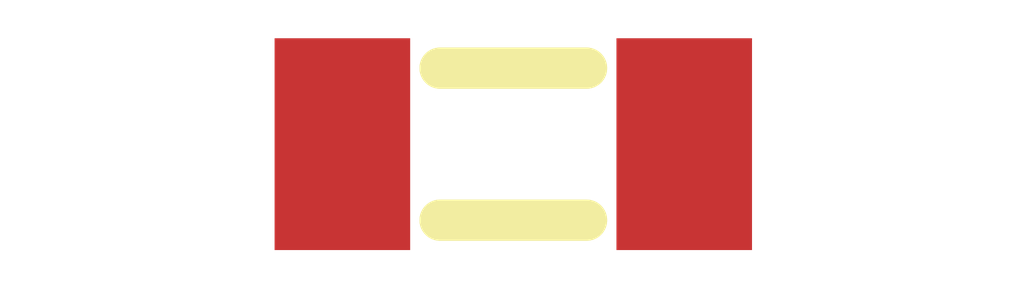
<source format=kicad_pcb>
(kicad_pcb (version 20170123) (host pcbnew "(2017-02-01 revision 9319ef0)-master")

  (general
    (links 0)
    (no_connects 0)
    (area 25.360476 24.374999 34.329524 26.425001)
    (thickness 1.6)
    (drawings 0)
    (tracks 0)
    (zones 0)
    (modules 1)
    (nets 1)
  )

  (page A4)
  (layers
    (0 F.Cu signal)
    (31 B.Cu signal)
    (32 B.Adhes user)
    (33 F.Adhes user)
    (34 B.Paste user)
    (35 F.Paste user)
    (36 B.SilkS user)
    (37 F.SilkS user)
    (38 B.Mask user)
    (39 F.Mask user)
    (40 Dwgs.User user)
    (41 Cmts.User user)
    (42 Eco1.User user)
    (43 Eco2.User user)
    (44 Edge.Cuts user)
    (45 Margin user)
    (46 B.CrtYd user)
    (47 F.CrtYd user)
    (48 B.Fab user)
    (49 F.Fab user)
  )

  (setup
    (last_trace_width 0.25)
    (trace_clearance 0.2)
    (zone_clearance 0.508)
    (zone_45_only no)
    (trace_min 0.2)
    (segment_width 0.2)
    (edge_width 0.15)
    (via_size 0.8)
    (via_drill 0.4)
    (via_min_size 0.4)
    (via_min_drill 0.3)
    (uvia_size 0.3)
    (uvia_drill 0.1)
    (uvias_allowed no)
    (uvia_min_size 0.2)
    (uvia_min_drill 0.1)
    (pcb_text_width 0.3)
    (pcb_text_size 1.5 1.5)
    (mod_edge_width 0.15)
    (mod_text_size 1 1)
    (mod_text_width 0.15)
    (pad_size 1.524 1.524)
    (pad_drill 0.762)
    (pad_to_mask_clearance 0.2)
    (aux_axis_origin 0 0)
    (visible_elements FFFFFF7F)
    (pcbplotparams
      (layerselection 0x00030_ffffffff)
      (usegerberextensions false)
      (excludeedgelayer true)
      (linewidth 0.100000)
      (plotframeref false)
      (viasonmask false)
      (mode 1)
      (useauxorigin false)
      (hpglpennumber 1)
      (hpglpenspeed 20)
      (hpglpendiameter 15)
      (psnegative false)
      (psa4output false)
      (plotreference true)
      (plotvalue true)
      (plotinvisibletext false)
      (padsonsilk false)
      (subtractmaskfromsilk false)
      (outputformat 1)
      (mirror false)
      (drillshape 1)
      (scaleselection 1)
      (outputdirectory ""))
  )

  (net 0 "")

  (net_class Default "This is the default net class."
    (clearance 0.2)
    (trace_width 0.25)
    (via_dia 0.8)
    (via_drill 0.4)
    (uvia_dia 0.3)
    (uvia_drill 0.1)
  )

  (module RESC3216X65 (layer F.Cu) (tedit 5898E501) (tstamp 5898E4FF)
    (at 25.4 25.4)
    (descr "Resistor,Chip;3.20mm L X 1.60mm W X 0.65mm H")
    (attr smd)
    (fp_text reference REF** (at 0 0) (layer F.SilkS) hide
      (effects (font (size 0.8 0.8) (thickness 0.15)))
    )
    (fp_text value RESC3216X65 (at 0 0) (layer F.Fab)
      (effects (font (size 0.8 0.8) (thickness 0.15)))
    )
    (fp_line (start -2.275 1.15) (end -2.275 -1.15) (layer F.CrtYd) (width 0.15))
    (fp_line (start 2.275 1.15) (end -2.275 1.15) (layer F.CrtYd) (width 0.15))
    (fp_line (start 2.275 -1.15) (end 2.275 1.15) (layer F.CrtYd) (width 0.15))
    (fp_line (start -2.275 -1.15) (end 2.275 -1.15) (layer F.CrtYd) (width 0.15))
    (fp_line (start 0.621 -0.646) (end -0.621 -0.646) (layer F.SilkS) (width 0.35))
    (fp_line (start -0.621 -0.646) (end 0.621 -0.646) (layer F.SilkS) (width 0.35))
    (fp_line (start 0.621 0.646) (end -0.621 0.646) (layer F.SilkS) (width 0.35))
    (fp_line (start -0.621 0.646) (end 0.621 0.646) (layer F.SilkS) (width 0.35))
    (pad 2 smd rect (at 1.45 0) (size 1.15 1.8) (layers F.Cu F.Paste F.Mask))
    (pad 1 smd rect (at -1.45 0) (size 1.15 1.8) (layers F.Cu F.Paste F.Mask))
    (model ${KIPRJMOD}/EIA1206_METRIC3216/000.wrl
      (at (xyz 0 0 0))
      (scale (xyz 1 1 1))
      (rotate (xyz 0 0 0))
    )
  )

)

</source>
